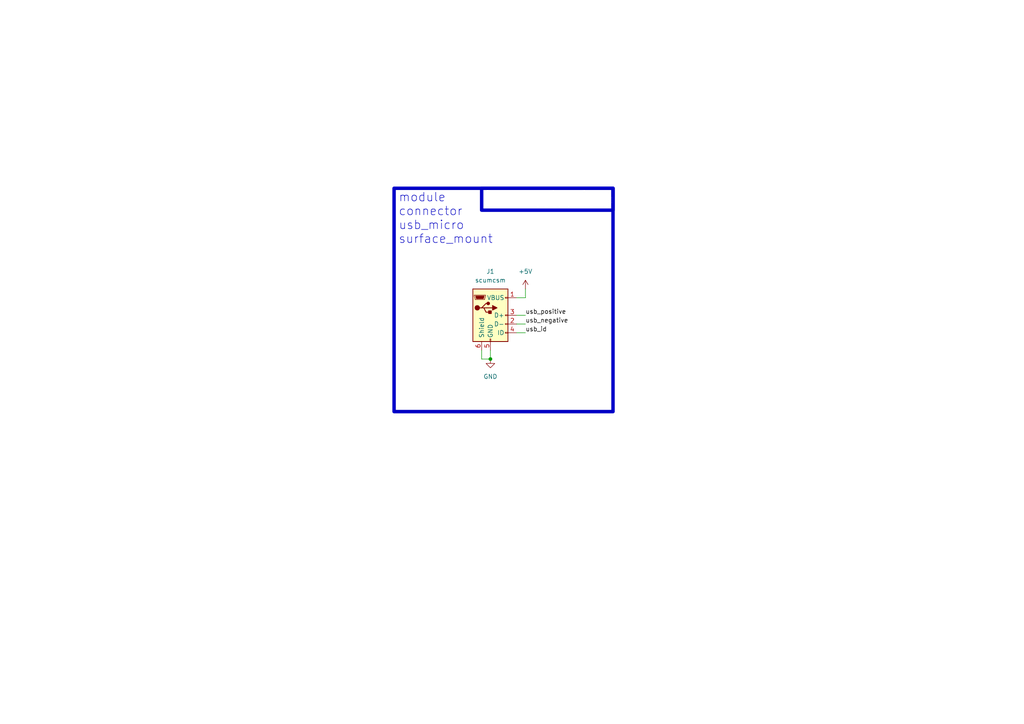
<source format=kicad_sch>
(kicad_sch (version 20230121) (generator eeschema)
  (paper "A4")
  (lib_symbols
    (symbol "oomlout_oomp_part_symbols:scumcsm_electronic_socket_usb_micro_surface_mount" (pin_names (offset 1.016))
      (property "Reference" "J" (at -5.08 11.43 0))
      (property "Value" "scumcsm_electronic_socket_usb_micro_surface_mount" (at -5.08 8.89 0))
      (symbol "scumcsm_electronic_socket_usb_micro_surface_mount_0_1"
        (rectangle (start -5.08 -7.62) (end 5.08 7.62) (stroke (width 0.254)) (fill (type background)))
        (circle (center -3.81 2.159) (radius 0.635) (stroke (width 0.254)) (fill (type outline)))
        (circle (center -0.635 3.429) (radius 0.381) (stroke (width 0.254)) (fill (type outline)))
        (rectangle (start -0.127 -7.62) (end 0.127 -6.858))
        (polyline (pts (xy -1.905 2.159) (xy 0.635 2.159)) (stroke (width 0.254)))
        (polyline (pts (xy -3.175 2.159) (xy -2.54 2.159) (xy -1.27 3.429) (xy -0.635 3.429)) (stroke (width 0.254)))
        (polyline (pts (xy -2.54 2.159) (xy -1.905 2.159) (xy -1.27 0.889) (xy 0 0.889)) (stroke (width 0.254)))
        (polyline (pts (xy 0.635 2.794) (xy 0.635 1.524) (xy 1.905 2.159) (xy 0.635 2.794)) (stroke (width 0.254)) (fill (type outline)))
        (polyline (pts (xy -4.318 5.588) (xy -1.778 5.588) (xy -2.032 4.826) (xy -4.064 4.826) (xy -4.318 5.588)) (fill (type outline)))
        (polyline (pts (xy -4.699 5.842) (xy -4.699 5.588) (xy -4.445 4.826) (xy -4.445 4.572) (xy -1.651 4.572) (xy -1.651 4.826) (xy -1.397 5.588) (xy -1.397 5.842) (xy -4.699 5.842)))
        (rectangle (start 0.254 1.27) (end -0.508 0.508) (stroke (width 0.254)) (fill (type outline)))
        (rectangle (start 5.08 -5.207) (end 4.318 -4.953))
        (rectangle (start 5.08 -2.667) (end 4.318 -2.413))
        (rectangle (start 5.08 -0.127) (end 4.318 0.127))
        (rectangle (start 5.08 4.953) (end 4.318 5.207))
      )
      (symbol "scumcsm_electronic_socket_usb_micro_surface_mount_1_1"
        (pin power_out line (at 7.62 5.08 180) (length 2.54) (name "VBUS") (number "1"))
        (pin bidirectional line (at 7.62 -2.54 180) (length 2.54) (name "D-") (number "2"))
        (pin bidirectional line (at 7.62 0 180) (length 2.54) (name "D+") (number "3"))
        (pin passive line (at 7.62 -5.08 180) (length 2.54) (name "ID") (number "4"))
        (pin power_out line (at 0 -10.16 90) (length 2.54) (name "GND") (number "5"))
        (pin passive line (at -2.54 -10.16 90) (length 2.54) (name "Shield") (number "6"))
      )
    )
    (symbol "power:+5V" (power) (pin_names (offset 0))
      (property "Value" "+5V" (at 0 3.556 0))
      (symbol "+5V_0_1"
        (polyline (pts (xy -0.762 1.27) (xy 0 2.54)))
        (polyline (pts (xy 0 0) (xy 0 2.54)))
        (polyline (pts (xy 0 2.54) (xy 0.762 1.27)))
      )
      (symbol "+5V_1_1"
        (pin power_in line (at 0 0 90) (length 0) hide (name "+5V") (number "1"))
      )
    )
    (symbol "power:GND" (power) (pin_names (offset 0))
      (property "Value" "GND" (at 0 -3.81 0))
      (symbol "GND_0_1"
        (polyline (pts (xy 0 0) (xy 0 -1.27) (xy 1.27 -1.27) (xy 0 -2.54) (xy -1.27 -1.27) (xy 0 -1.27)))
      )
      (symbol "GND_1_1"
        (pin power_in line (at 0 0 270) (length 0) hide (name "GND") (number "1"))
      )
    )
  )
  (junction (at 142.24 104.14))
  (wire (pts (xy 152.4 83.82) (xy 152.4 86.36)))
  (wire (pts (xy 139.7 104.14) (xy 142.24 104.14)))
  (wire (pts (xy 142.24 101.6) (xy 142.24 104.14)))
  (wire (pts (xy 149.86 86.36) (xy 152.4 86.36)))
  (wire (pts (xy 149.86 96.52) (xy 152.4 96.52)))
  (wire (pts (xy 149.86 91.44) (xy 152.4 91.44)))
  (wire (pts (xy 149.86 93.98) (xy 152.4 93.98)))
  (wire (pts (xy 139.7 101.6) (xy 139.7 104.14)))
  (rectangle (start 114.3 54.61) (end 177.8 119.38) (stroke (width 1)))
  (rectangle (start 139.7 54.61) (end 177.8 60.96) (stroke (width 1)) (fill (type color)))
  (text "usb_micro" (at 177.8 59.69 0) (effects (font (size 3 3) (thickness 0.8) bold) (justify right bottom)))
  (text "name" (at 142.24 60.96 90) (effects (font (size 1.27 1.27) (thickness 0.254) bold) (justify left bottom)))
  (text "module\nconnector\nusb_micro\nsurface_mount\n\n" (at 115.57 74.93 0) (effects (font (size 2.5 2.5)) (justify left bottom)))
  (label "usb_id" (at 152.4 96.52 0))
  (label "usb_positive" (at 152.4 91.44 0))
  (label "usb_negative" (at 152.4 93.98 0))
  (symbol (lib_id "power:GND") (at 142.24 104.14 0) (unit 1)
    (property "Reference" "#PWR01" (effects hide))
    (property "Value" "GND" (at 142.24 109.22 0))
  )
  (symbol (lib_id "oomlout_oomp_part_symbols:scumcsm_electronic_socket_usb_micro_surface_mount") (at 142.24 91.44 0) (unit 1)
    (property "Reference" "J1" (at 142.24 78.74 0))
    (property "Value" "scumcsm" (at 142.24 81.28 0))
    (property "Footprint" "oomlout_oomp_part_footprints:scumcsm_electronic_socket_usb_micro_surface_mount" (effects hide))
    (property "Datasheet" "https://github.com/oomlout/oomlout_oomp_v3/parts/electronic_socket_usb_micro_surface_mount/datasheet.pdf" (effects hide))
  )
  (symbol (lib_id "power:+5V") (at 152.4 83.82 0) (unit 1)
    (property "Reference" "#PWR02" (effects hide))
    (property "Value" "+5V" (at 152.4 78.74 0))
  )
)
</source>
